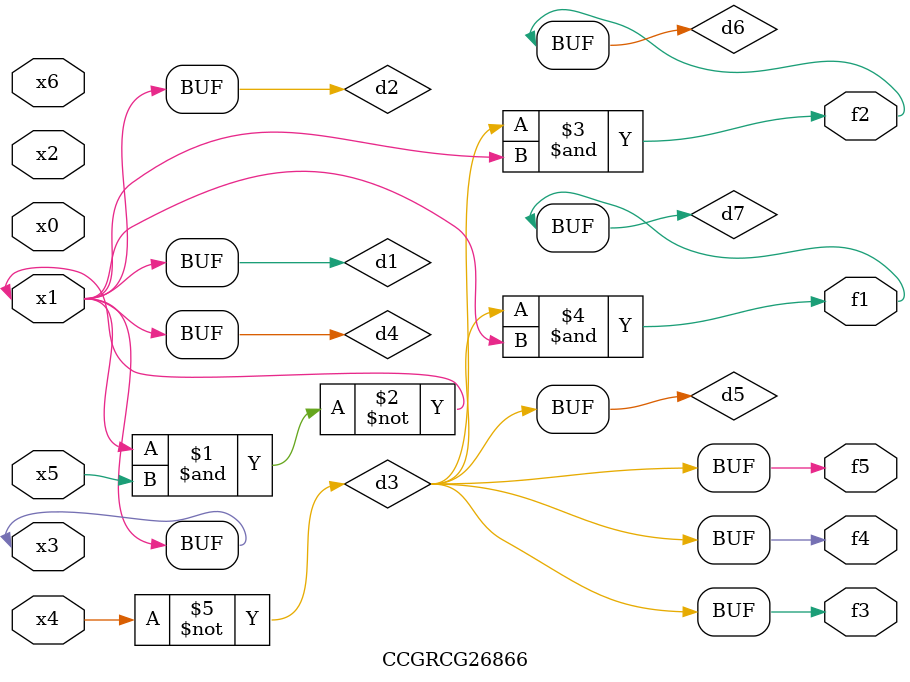
<source format=v>
module CCGRCG26866(
	input x0, x1, x2, x3, x4, x5, x6,
	output f1, f2, f3, f4, f5
);

	wire d1, d2, d3, d4, d5, d6, d7;

	buf (d1, x1, x3);
	nand (d2, x1, x5);
	not (d3, x4);
	buf (d4, d1, d2);
	buf (d5, d3);
	and (d6, d3, d4);
	and (d7, d3, d4);
	assign f1 = d7;
	assign f2 = d6;
	assign f3 = d5;
	assign f4 = d5;
	assign f5 = d5;
endmodule

</source>
